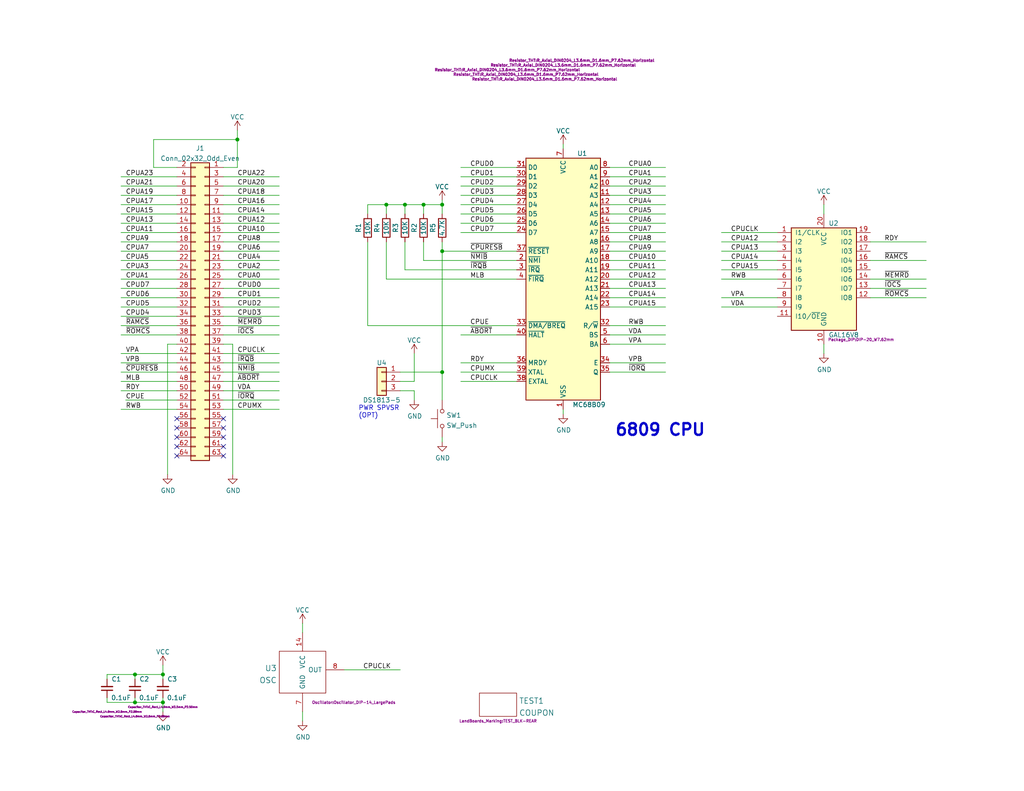
<source format=kicad_sch>
(kicad_sch (version 20230121) (generator eeschema)
  (paper "A")
  (title_block (title "LB-6809-01") (date "2022-09-10") (rev "1") (company "Land Boards LLC"))
  (lib_symbols
    (symbol "CPU_NXP_6800:MC68B09"
      (property "Reference" "U" (at -7.62 34.29 0))
      (property "Value" "MC68B09" (at 10.16 34.29 0))
      (symbol "MC68B09_0_1"
        (rectangle (start -10.16 -33.02) (end 10.16 33.02) (stroke (width 0.254)) (fill (type background)))
      )
      (symbol "MC68B09_1_1"
        (pin power_in line (at 0 -35.56 90) (length 2.54) (name "VSS") (number "1"))
        (pin output line (at 12.7 25.4 180) (length 2.54) (name "A2") (number "10"))
        (pin output line (at 12.7 22.86 180) (length 2.54) (name "A3") (number "11"))
        (pin output line (at 12.7 20.32 180) (length 2.54) (name "A4") (number "12"))
        (pin output line (at 12.7 17.78 180) (length 2.54) (name "A5") (number "13"))
        (pin output line (at 12.7 15.24 180) (length 2.54) (name "A6") (number "14"))
        (pin output line (at 12.7 12.7 180) (length 2.54) (name "A7") (number "15"))
        (pin output line (at 12.7 10.16 180) (length 2.54) (name "A8") (number "16"))
        (pin output line (at 12.7 7.62 180) (length 2.54) (name "A9") (number "17"))
        (pin output line (at 12.7 5.08 180) (length 2.54) (name "A10") (number "18"))
        (pin output line (at 12.7 2.54 180) (length 2.54) (name "A11") (number "19"))
        (pin input line (at -12.7 5.08 0) (length 2.54) (name "~{NMI}") (number "2"))
        (pin output line (at 12.7 0 180) (length 2.54) (name "A12") (number "20"))
        (pin output line (at 12.7 -2.54 180) (length 2.54) (name "A13") (number "21"))
        (pin output line (at 12.7 -5.08 180) (length 2.54) (name "A14") (number "22"))
        (pin output line (at 12.7 -7.62 180) (length 2.54) (name "A15") (number "23"))
        (pin bidirectional line (at -12.7 12.7 0) (length 2.54) (name "D7") (number "24"))
        (pin bidirectional line (at -12.7 15.24 0) (length 2.54) (name "D6") (number "25"))
        (pin bidirectional line (at -12.7 17.78 0) (length 2.54) (name "D5") (number "26"))
        (pin bidirectional line (at -12.7 20.32 0) (length 2.54) (name "D4") (number "27"))
        (pin bidirectional line (at -12.7 22.86 0) (length 2.54) (name "D3") (number "28"))
        (pin bidirectional line (at -12.7 25.4 0) (length 2.54) (name "D2") (number "29"))
        (pin input line (at -12.7 2.54 0) (length 2.54) (name "~{IRQ}") (number "3"))
        (pin bidirectional line (at -12.7 27.94 0) (length 2.54) (name "D1") (number "30"))
        (pin bidirectional line (at -12.7 30.48 0) (length 2.54) (name "D0") (number "31"))
        (pin output line (at 12.7 -12.7 180) (length 2.54) (name "R/~{W}") (number "32"))
        (pin input line (at -12.7 -12.7 0) (length 2.54) (name "~{DMA/BREQ}") (number "33"))
        (pin output line (at 12.7 -22.86 180) (length 2.54) (name "E") (number "34"))
        (pin output line (at 12.7 -25.4 180) (length 2.54) (name "Q") (number "35"))
        (pin input line (at -12.7 -22.86 0) (length 2.54) (name "MRDY") (number "36"))
        (pin input line (at -12.7 7.62 0) (length 2.54) (name "~{RESET}") (number "37"))
        (pin input line (at -12.7 -27.94 0) (length 2.54) (name "EXTAL") (number "38"))
        (pin input line (at -12.7 -25.4 0) (length 2.54) (name "XTAL") (number "39"))
        (pin input line (at -12.7 0 0) (length 2.54) (name "~{FIRQ}") (number "4"))
        (pin input line (at -12.7 -15.24 0) (length 2.54) (name "~{HALT}") (number "40"))
        (pin output line (at 12.7 -15.24 180) (length 2.54) (name "BS") (number "5"))
        (pin output line (at 12.7 -17.78 180) (length 2.54) (name "BA") (number "6"))
        (pin power_in line (at 0 35.56 270) (length 2.54) (name "VCC") (number "7"))
        (pin output line (at 12.7 30.48 180) (length 2.54) (name "A0") (number "8"))
        (pin output line (at 12.7 27.94 180) (length 2.54) (name "A1") (number "9"))
      )
    )
    (symbol "Connector_Generic:Conn_01x03" (pin_names (offset 1.016) hide)
      (property "Reference" "J" (at 0 5.08 0))
      (property "Value" "Conn_01x03" (at 0 -5.08 0))
      (symbol "Conn_01x03_1_1"
        (rectangle (start -1.27 -2.413) (end 0 -2.667) (stroke (width 0.1524)))
        (rectangle (start -1.27 0.127) (end 0 -0.127) (stroke (width 0.1524)))
        (rectangle (start -1.27 2.667) (end 0 2.413) (stroke (width 0.1524)))
        (rectangle (start -1.27 3.81) (end 1.27 -3.81) (stroke (width 0.254)) (fill (type background)))
        (pin passive line (at -5.08 2.54 0) (length 3.81) (name "Pin_1") (number "1"))
        (pin passive line (at -5.08 0 0) (length 3.81) (name "Pin_2") (number "2"))
        (pin passive line (at -5.08 -2.54 0) (length 3.81) (name "Pin_3") (number "3"))
      )
    )
    (symbol "Connector_Generic:Conn_02x32_Odd_Even" (pin_names (offset 1.016) hide)
      (property "Reference" "J" (at 1.27 40.64 0))
      (property "Value" "Conn_02x32_Odd_Even" (at 1.27 -43.18 0))
      (symbol "Conn_02x32_Odd_Even_1_1"
        (rectangle (start -1.27 -40.513) (end 0 -40.767) (stroke (width 0.1524)))
        (rectangle (start -1.27 -37.973) (end 0 -38.227) (stroke (width 0.1524)))
        (rectangle (start -1.27 -35.433) (end 0 -35.687) (stroke (width 0.1524)))
        (rectangle (start -1.27 -32.893) (end 0 -33.147) (stroke (width 0.1524)))
        (rectangle (start -1.27 -30.353) (end 0 -30.607) (stroke (width 0.1524)))
        (rectangle (start -1.27 -27.813) (end 0 -28.067) (stroke (width 0.1524)))
        (rectangle (start -1.27 -25.273) (end 0 -25.527) (stroke (width 0.1524)))
        (rectangle (start -1.27 -22.733) (end 0 -22.987) (stroke (width 0.1524)))
        (rectangle (start -1.27 -20.193) (end 0 -20.447) (stroke (width 0.1524)))
        (rectangle (start -1.27 -17.653) (end 0 -17.907) (stroke (width 0.1524)))
        (rectangle (start -1.27 -15.113) (end 0 -15.367) (stroke (width 0.1524)))
        (rectangle (start -1.27 -12.573) (end 0 -12.827) (stroke (width 0.1524)))
        (rectangle (start -1.27 -10.033) (end 0 -10.287) (stroke (width 0.1524)))
        (rectangle (start -1.27 -7.493) (end 0 -7.747) (stroke (width 0.1524)))
        (rectangle (start -1.27 -4.953) (end 0 -5.207) (stroke (width 0.1524)))
        (rectangle (start -1.27 -2.413) (end 0 -2.667) (stroke (width 0.1524)))
        (rectangle (start -1.27 0.127) (end 0 -0.127) (stroke (width 0.1524)))
        (rectangle (start -1.27 2.667) (end 0 2.413) (stroke (width 0.1524)))
        (rectangle (start -1.27 5.207) (end 0 4.953) (stroke (width 0.1524)))
        (rectangle (start -1.27 7.747) (end 0 7.493) (stroke (width 0.1524)))
        (rectangle (start -1.27 10.287) (end 0 10.033) (stroke (width 0.1524)))
        (rectangle (start -1.27 12.827) (end 0 12.573) (stroke (width 0.1524)))
        (rectangle (start -1.27 15.367) (end 0 15.113) (stroke (width 0.1524)))
        (rectangle (start -1.27 17.907) (end 0 17.653) (stroke (width 0.1524)))
        (rectangle (start -1.27 20.447) (end 0 20.193) (stroke (width 0.1524)))
        (rectangle (start -1.27 22.987) (end 0 22.733) (stroke (width 0.1524)))
        (rectangle (start -1.27 25.527) (end 0 25.273) (stroke (width 0.1524)))
        (rectangle (start -1.27 28.067) (end 0 27.813) (stroke (width 0.1524)))
        (rectangle (start -1.27 30.607) (end 0 30.353) (stroke (width 0.1524)))
        (rectangle (start -1.27 33.147) (end 0 32.893) (stroke (width 0.1524)))
        (rectangle (start -1.27 35.687) (end 0 35.433) (stroke (width 0.1524)))
        (rectangle (start -1.27 38.227) (end 0 37.973) (stroke (width 0.1524)))
        (rectangle (start -1.27 39.37) (end 3.81 -41.91) (stroke (width 0.254)) (fill (type background)))
        (rectangle (start 3.81 -40.513) (end 2.54 -40.767) (stroke (width 0.1524)))
        (rectangle (start 3.81 -37.973) (end 2.54 -38.227) (stroke (width 0.1524)))
        (rectangle (start 3.81 -35.433) (end 2.54 -35.687) (stroke (width 0.1524)))
        (rectangle (start 3.81 -32.893) (end 2.54 -33.147) (stroke (width 0.1524)))
        (rectangle (start 3.81 -30.353) (end 2.54 -30.607) (stroke (width 0.1524)))
        (rectangle (start 3.81 -27.813) (end 2.54 -28.067) (stroke (width 0.1524)))
        (rectangle (start 3.81 -25.273) (end 2.54 -25.527) (stroke (width 0.1524)))
        (rectangle (start 3.81 -22.733) (end 2.54 -22.987) (stroke (width 0.1524)))
        (rectangle (start 3.81 -20.193) (end 2.54 -20.447) (stroke (width 0.1524)))
        (rectangle (start 3.81 -17.653) (end 2.54 -17.907) (stroke (width 0.1524)))
        (rectangle (start 3.81 -15.113) (end 2.54 -15.367) (stroke (width 0.1524)))
        (rectangle (start 3.81 -12.573) (end 2.54 -12.827) (stroke (width 0.1524)))
        (rectangle (start 3.81 -10.033) (end 2.54 -10.287) (stroke (width 0.1524)))
        (rectangle (start 3.81 -7.493) (end 2.54 -7.747) (stroke (width 0.1524)))
        (rectangle (start 3.81 -4.953) (end 2.54 -5.207) (stroke (width 0.1524)))
        (rectangle (start 3.81 -2.413) (end 2.54 -2.667) (stroke (width 0.1524)))
        (rectangle (start 3.81 0.127) (end 2.54 -0.127) (stroke (width 0.1524)))
        (rectangle (start 3.81 2.667) (end 2.54 2.413) (stroke (width 0.1524)))
        (rectangle (start 3.81 5.207) (end 2.54 4.953) (stroke (width 0.1524)))
        (rectangle (start 3.81 7.747) (end 2.54 7.493) (stroke (width 0.1524)))
        (rectangle (start 3.81 10.287) (end 2.54 10.033) (stroke (width 0.1524)))
        (rectangle (start 3.81 12.827) (end 2.54 12.573) (stroke (width 0.1524)))
        (rectangle (start 3.81 15.367) (end 2.54 15.113) (stroke (width 0.1524)))
        (rectangle (start 3.81 17.907) (end 2.54 17.653) (stroke (width 0.1524)))
        (rectangle (start 3.81 20.447) (end 2.54 20.193) (stroke (width 0.1524)))
        (rectangle (start 3.81 22.987) (end 2.54 22.733) (stroke (width 0.1524)))
        (rectangle (start 3.81 25.527) (end 2.54 25.273) (stroke (width 0.1524)))
        (rectangle (start 3.81 28.067) (end 2.54 27.813) (stroke (width 0.1524)))
        (rectangle (start 3.81 30.607) (end 2.54 30.353) (stroke (width 0.1524)))
        (rectangle (start 3.81 33.147) (end 2.54 32.893) (stroke (width 0.1524)))
        (rectangle (start 3.81 35.687) (end 2.54 35.433) (stroke (width 0.1524)))
        (rectangle (start 3.81 38.227) (end 2.54 37.973) (stroke (width 0.1524)))
        (pin passive line (at -5.08 38.1 0) (length 3.81) (name "Pin_1") (number "1"))
        (pin passive line (at 7.62 27.94 180) (length 3.81) (name "Pin_10") (number "10"))
        (pin passive line (at -5.08 25.4 0) (length 3.81) (name "Pin_11") (number "11"))
        (pin passive line (at 7.62 25.4 180) (length 3.81) (name "Pin_12") (number "12"))
        (pin passive line (at -5.08 22.86 0) (length 3.81) (name "Pin_13") (number "13"))
        (pin passive line (at 7.62 22.86 180) (length 3.81) (name "Pin_14") (number "14"))
        (pin passive line (at -5.08 20.32 0) (length 3.81) (name "Pin_15") (number "15"))
        (pin passive line (at 7.62 20.32 180) (length 3.81) (name "Pin_16") (number "16"))
        (pin passive line (at -5.08 17.78 0) (length 3.81) (name "Pin_17") (number "17"))
        (pin passive line (at 7.62 17.78 180) (length 3.81) (name "Pin_18") (number "18"))
        (pin passive line (at -5.08 15.24 0) (length 3.81) (name "Pin_19") (number "19"))
        (pin passive line (at 7.62 38.1 180) (length 3.81) (name "Pin_2") (number "2"))
        (pin passive line (at 7.62 15.24 180) (length 3.81) (name "Pin_20") (number "20"))
        (pin passive line (at -5.08 12.7 0) (length 3.81) (name "Pin_21") (number "21"))
        (pin passive line (at 7.62 12.7 180) (length 3.81) (name "Pin_22") (number "22"))
        (pin passive line (at -5.08 10.16 0) (length 3.81) (name "Pin_23") (number "23"))
        (pin passive line (at 7.62 10.16 180) (length 3.81) (name "Pin_24") (number "24"))
        (pin passive line (at -5.08 7.62 0) (length 3.81) (name "Pin_25") (number "25"))
        (pin passive line (at 7.62 7.62 180) (length 3.81) (name "Pin_26") (number "26"))
        (pin passive line (at -5.08 5.08 0) (length 3.81) (name "Pin_27") (number "27"))
        (pin passive line (at 7.62 5.08 180) (length 3.81) (name "Pin_28") (number "28"))
        (pin passive line (at -5.08 2.54 0) (length 3.81) (name "Pin_29") (number "29"))
        (pin passive line (at -5.08 35.56 0) (length 3.81) (name "Pin_3") (number "3"))
        (pin passive line (at 7.62 2.54 180) (length 3.81) (name "Pin_30") (number "30"))
        (pin passive line (at -5.08 0 0) (length 3.81) (name "Pin_31") (number "31"))
        (pin passive line (at 7.62 0 180) (length 3.81) (name "Pin_32") (number "32"))
        (pin passive line (at -5.08 -2.54 0) (length 3.81) (name "Pin_33") (number "33"))
        (pin passive line (at 7.62 -2.54 180) (length 3.81) (name "Pin_34") (number "34"))
        (pin passive line (at -5.08 -5.08 0) (length 3.81) (name "Pin_35") (number "35"))
        (pin passive line (at 7.62 -5.08 180) (length 3.81) (name "Pin_36") (number "36"))
        (pin passive line (at -5.08 -7.62 0) (length 3.81) (name "Pin_37") (number "37"))
        (pin passive line (at 7.62 -7.62 180) (length 3.81) (name "Pin_38") (number "38"))
        (pin passive line (at -5.08 -10.16 0) (length 3.81) (name "Pin_39") (number "39"))
        (pin passive line (at 7.62 35.56 180) (length 3.81) (name "Pin_4") (number "4"))
        (pin passive line (at 7.62 -10.16 180) (length 3.81) (name "Pin_40") (number "40"))
        (pin passive line (at -5.08 -12.7 0) (length 3.81) (name "Pin_41") (number "41"))
        (pin passive line (at 7.62 -12.7 180) (length 3.81) (name "Pin_42") (number "42"))
        (pin passive line (at -5.08 -15.24 0) (length 3.81) (name "Pin_43") (number "43"))
        (pin passive line (at 7.62 -15.24 180) (length 3.81) (name "Pin_44") (number "44"))
        (pin passive line (at -5.08 -17.78 0) (length 3.81) (name "Pin_45") (number "45"))
        (pin passive line (at 7.62 -17.78 180) (length 3.81) (name "Pin_46") (number "46"))
        (pin passive line (at -5.08 -20.32 0) (length 3.81) (name "Pin_47") (number "47"))
        (pin passive line (at 7.62 -20.32 180) (length 3.81) (name "Pin_48") (number "48"))
        (pin passive line (at -5.08 -22.86 0) (length 3.81) (name "Pin_49") (number "49"))
        (pin passive line (at -5.08 33.02 0) (length 3.81) (name "Pin_5") (number "5"))
        (pin passive line (at 7.62 -22.86 180) (length 3.81) (name "Pin_50") (number "50"))
        (pin passive line (at -5.08 -25.4 0) (length 3.81) (name "Pin_51") (number "51"))
        (pin passive line (at 7.62 -25.4 180) (length 3.81) (name "Pin_52") (number "52"))
        (pin passive line (at -5.08 -27.94 0) (length 3.81) (name "Pin_53") (number "53"))
        (pin passive line (at 7.62 -27.94 180) (length 3.81) (name "Pin_54") (number "54"))
        (pin passive line (at -5.08 -30.48 0) (length 3.81) (name "Pin_55") (number "55"))
        (pin passive line (at 7.62 -30.48 180) (length 3.81) (name "Pin_56") (number "56"))
        (pin passive line (at -5.08 -33.02 0) (length 3.81) (name "Pin_57") (number "57"))
        (pin passive line (at 7.62 -33.02 180) (length 3.81) (name "Pin_58") (number "58"))
        (pin passive line (at -5.08 -35.56 0) (length 3.81) (name "Pin_59") (number "59"))
        (pin passive line (at 7.62 33.02 180) (length 3.81) (name "Pin_6") (number "6"))
        (pin passive line (at 7.62 -35.56 180) (length 3.81) (name "Pin_60") (number "60"))
        (pin passive line (at -5.08 -38.1 0) (length 3.81) (name "Pin_61") (number "61"))
        (pin passive line (at 7.62 -38.1 180) (length 3.81) (name "Pin_62") (number "62"))
        (pin passive line (at -5.08 -40.64 0) (length 3.81) (name "Pin_63") (number "63"))
        (pin passive line (at 7.62 -40.64 180) (length 3.81) (name "Pin_64") (number "64"))
        (pin passive line (at -5.08 30.48 0) (length 3.81) (name "Pin_7") (number "7"))
        (pin passive line (at 7.62 30.48 180) (length 3.81) (name "Pin_8") (number "8"))
        (pin passive line (at -5.08 27.94 0) (length 3.81) (name "Pin_9") (number "9"))
      )
    )
    (symbol "Device:C_Small" (pin_numbers hide) (pin_names (offset 0.254) hide)
      (property "Reference" "C" (at 0.254 1.778 0))
      (property "Value" "C_Small" (at 0.254 -2.032 0))
      (symbol "C_Small_0_1"
        (polyline (pts (xy -1.524 -0.508) (xy 1.524 -0.508)) (stroke (width 0.3302)))
        (polyline (pts (xy -1.524 0.508) (xy 1.524 0.508)) (stroke (width 0.3048)))
      )
      (symbol "C_Small_1_1"
        (pin passive line (at 0 2.54 270) (length 2.032) (name "~") (number "1"))
        (pin passive line (at 0 -2.54 90) (length 2.032) (name "~") (number "2"))
      )
    )
    (symbol "Device:R" (pin_numbers hide) (pin_names (offset 0))
      (property "Reference" "R" (at 2.032 0 90))
      (property "Value" "R" (at 0 0 90))
      (symbol "R_0_1"
        (rectangle (start -1.016 -2.54) (end 1.016 2.54) (stroke (width 0.254)))
      )
      (symbol "R_1_1"
        (pin passive line (at 0 3.81 270) (length 1.27) (name "~") (number "1"))
        (pin passive line (at 0 -3.81 90) (length 1.27) (name "~") (number "2"))
      )
    )
    (symbol "LandBoards:COUPON" (pin_names (offset 1.016))
      (property "Reference" "COUP?" (at 0 0 0))
      (property "Value" "COUPON" (at 0 0 0))
      (symbol "COUPON_0_1"
        (rectangle (start -5.08 0) (end 5.08 6.35))
      )
    )
    (symbol "LandBoards_Semis:OSC" (pin_names (offset 1.016))
      (property "Reference" "U" (at 3.81 6.35 0))
      (property "Value" "OSC" (at 5.08 -7.62 0))
      (symbol "OSC_0_1"
        (rectangle (start 6.35 -6.35) (end -6.35 5.08))
      )
      (symbol "OSC_1_1"
        (pin power_in line (at 0 10.16 270) (length 5.08) (name "VCC") (number "14"))
        (pin power_in line (at 0 -11.43 90) (length 5.08) (name "GND") (number "7"))
        (pin output line (at 11.43 0 180) (length 5.08) (name "OUT") (number "8"))
      )
    )
    (symbol "Logic_Programmable:GAL16V8" (pin_names (offset 1.016))
      (property "Reference" "U" (at -8.89 16.51 0))
      (property "Value" "GAL16V8" (at 1.27 16.51 0))
      (symbol "GAL16V8_0_0"
        (pin power_in line (at 0 -17.78 90) (length 3.81) (name "GND") (number "10"))
        (pin power_in line (at 0 17.78 270) (length 3.81) (name "VCC") (number "20"))
      )
      (symbol "GAL16V8_0_1"
        (rectangle (start -8.89 13.97) (end 8.89 -13.97) (stroke (width 0.254)) (fill (type background)))
      )
      (symbol "GAL16V8_1_1"
        (pin input line (at -12.7 12.7 0) (length 3.81) (name "I1/CLK") (number "1"))
        (pin input line (at -12.7 -10.16 0) (length 3.81) (name "I10/~{OE}") (number "11"))
        (pin tri_state line (at 12.7 -5.08 180) (length 3.81) (name "IO8") (number "12"))
        (pin tri_state line (at 12.7 -2.54 180) (length 3.81) (name "IO7") (number "13"))
        (pin tri_state line (at 12.7 0 180) (length 3.81) (name "IO6") (number "14"))
        (pin tri_state line (at 12.7 2.54 180) (length 3.81) (name "IO5") (number "15"))
        (pin tri_state line (at 12.7 5.08 180) (length 3.81) (name "IO4") (number "16"))
        (pin tri_state line (at 12.7 7.62 180) (length 3.81) (name "I03") (number "17"))
        (pin tri_state line (at 12.7 10.16 180) (length 3.81) (name "IO2") (number "18"))
        (pin tri_state line (at 12.7 12.7 180) (length 3.81) (name "IO1") (number "19"))
        (pin input line (at -12.7 10.16 0) (length 3.81) (name "I2") (number "2"))
        (pin input line (at -12.7 7.62 0) (length 3.81) (name "I3") (number "3"))
        (pin input line (at -12.7 5.08 0) (length 3.81) (name "I4") (number "4"))
        (pin input line (at -12.7 2.54 0) (length 3.81) (name "I5") (number "5"))
        (pin input line (at -12.7 0 0) (length 3.81) (name "I6") (number "6"))
        (pin input line (at -12.7 -2.54 0) (length 3.81) (name "I7") (number "7"))
        (pin input line (at -12.7 -5.08 0) (length 3.81) (name "I8") (number "8"))
        (pin input line (at -12.7 -7.62 0) (length 3.81) (name "I9") (number "9"))
      )
    )
    (symbol "Switch:SW_Push" (pin_numbers hide) (pin_names (offset 1.016) hide)
      (property "Reference" "SW" (at 1.27 2.54 0))
      (property "Value" "SW_Push" (at 0 -1.524 0))
      (symbol "SW_Push_0_1"
        (circle (center -2.032 0) (radius 0.508))
        (polyline (pts (xy 0 1.27) (xy 0 3.048)))
        (polyline (pts (xy 2.54 1.27) (xy -2.54 1.27)))
        (circle (center 2.032 0) (radius 0.508))
        (pin passive line (at -5.08 0 0) (length 2.54) (name "1") (number "1"))
        (pin passive line (at 5.08 0 180) (length 2.54) (name "2") (number "2"))
      )
    )
    (symbol "power:GND" (power) (pin_names (offset 0))
      (property "Value" "GND" (at 0 -3.81 0))
      (symbol "GND_0_1"
        (polyline (pts (xy 0 0) (xy 0 -1.27) (xy 1.27 -1.27) (xy 0 -2.54) (xy -1.27 -1.27) (xy 0 -1.27)))
      )
      (symbol "GND_1_1"
        (pin power_in line (at 0 0 270) (length 0) hide (name "GND") (number "1"))
      )
    )
    (symbol "power:VCC" (power) (pin_names (offset 0))
      (property "Value" "VCC" (at 0 3.81 0))
      (symbol "VCC_0_1"
        (polyline (pts (xy -0.762 1.27) (xy 0 2.54)))
        (polyline (pts (xy 0 0) (xy 0 2.54)))
        (polyline (pts (xy 0 2.54) (xy 0.762 1.27)))
      )
      (symbol "VCC_1_1"
        (pin power_in line (at 0 0 90) (length 0) hide (name "VCC") (number "1"))
      )
    )
  )
  (junction (at 44.45 191.77))
  (junction (at 115.57 55.88))
  (junction (at 110.49 55.88))
  (junction (at 44.45 184.15))
  (junction (at 120.65 68.58))
  (junction (at 120.65 101.6))
  (junction (at 36.83 184.15))
  (junction (at 105.41 55.88))
  (junction (at 36.83 191.77))
  (junction (at 120.65 55.88))
  (junction (at 64.77 38.1))
  (no_connect (at 60.96 114.3))
  (no_connect (at 48.26 114.3))
  (no_connect (at 60.96 119.38))
  (no_connect (at 60.96 116.84))
  (no_connect (at 48.26 124.46))
  (no_connect (at 60.96 124.46))
  (no_connect (at 48.26 116.84))
  (no_connect (at 48.26 119.38))
  (no_connect (at 48.26 121.92))
  (no_connect (at 60.96 121.92))
  (wire (pts (xy 45.72 93.98) (xy 45.72 129.54)))
  (wire (pts (xy 125.73 91.44) (xy 140.97 91.44)))
  (wire (pts (xy 120.65 55.88) (xy 120.65 58.42)))
  (wire (pts (xy 166.37 63.5) (xy 181.61 63.5)))
  (wire (pts (xy 196.85 83.82) (xy 212.09 83.82)))
  (wire (pts (xy 33.02 101.6) (xy 48.26 101.6)))
  (wire (pts (xy 60.96 53.34) (xy 76.2 53.34)))
  (wire (pts (xy 33.02 78.74) (xy 48.26 78.74)))
  (wire (pts (xy 120.65 68.58) (xy 140.97 68.58)))
  (wire (pts (xy 44.45 185.42) (xy 44.45 184.15)))
  (wire (pts (xy 60.96 55.88) (xy 76.2 55.88)))
  (wire (pts (xy 125.73 60.96) (xy 140.97 60.96)))
  (wire (pts (xy 110.49 73.66) (xy 110.49 66.04)))
  (wire (pts (xy 64.77 45.72) (xy 64.77 38.1)))
  (wire (pts (xy 166.37 76.2) (xy 181.61 76.2)))
  (wire (pts (xy 166.37 68.58) (xy 181.61 68.58)))
  (wire (pts (xy 60.96 71.12) (xy 76.2 71.12)))
  (wire (pts (xy 125.73 99.06) (xy 140.97 99.06)))
  (wire (pts (xy 105.41 66.04) (xy 105.41 76.2)))
  (wire (pts (xy 64.77 38.1) (xy 41.91 38.1)))
  (wire (pts (xy 44.45 190.5) (xy 44.45 191.77)))
  (wire (pts (xy 237.49 66.04) (xy 252.73 66.04)))
  (wire (pts (xy 196.85 71.12) (xy 212.09 71.12)))
  (wire (pts (xy 166.37 101.6) (xy 181.61 101.6)))
  (wire (pts (xy 60.96 76.2) (xy 76.2 76.2)))
  (wire (pts (xy 196.85 68.58) (xy 212.09 68.58)))
  (wire (pts (xy 60.96 58.42) (xy 76.2 58.42)))
  (wire (pts (xy 120.65 101.6) (xy 120.65 109.22)))
  (wire (pts (xy 120.65 119.38) (xy 120.65 120.65)))
  (wire (pts (xy 45.72 93.98) (xy 48.26 93.98)))
  (wire (pts (xy 33.02 66.04) (xy 48.26 66.04)))
  (wire (pts (xy 60.96 45.72) (xy 64.77 45.72)))
  (wire (pts (xy 237.49 81.28) (xy 252.73 81.28)))
  (wire (pts (xy 100.33 88.9) (xy 140.97 88.9)))
  (wire (pts (xy 33.02 81.28) (xy 48.26 81.28)))
  (wire (pts (xy 33.02 63.5) (xy 48.26 63.5)))
  (wire (pts (xy 36.83 190.5) (xy 36.83 191.77)))
  (wire (pts (xy 105.41 55.88) (xy 105.41 58.42)))
  (wire (pts (xy 60.96 104.14) (xy 76.2 104.14)))
  (wire (pts (xy 33.02 76.2) (xy 48.26 76.2)))
  (wire (pts (xy 33.02 55.88) (xy 48.26 55.88)))
  (wire (pts (xy 166.37 78.74) (xy 181.61 78.74)))
  (wire (pts (xy 60.96 106.68) (xy 76.2 106.68)))
  (wire (pts (xy 60.96 63.5) (xy 76.2 63.5)))
  (wire (pts (xy 64.77 38.1) (xy 64.77 35.56)))
  (wire (pts (xy 166.37 91.44) (xy 181.61 91.44)))
  (wire (pts (xy 41.91 45.72) (xy 48.26 45.72)))
  (wire (pts (xy 109.22 104.14) (xy 113.03 104.14)))
  (wire (pts (xy 60.96 81.28) (xy 76.2 81.28)))
  (wire (pts (xy 224.79 93.98) (xy 224.79 96.52)))
  (wire (pts (xy 60.96 78.74) (xy 76.2 78.74)))
  (wire (pts (xy 33.02 68.58) (xy 48.26 68.58)))
  (wire (pts (xy 153.67 39.37) (xy 153.67 40.64)))
  (wire (pts (xy 115.57 71.12) (xy 140.97 71.12)))
  (wire (pts (xy 237.49 78.74) (xy 252.73 78.74)))
  (wire (pts (xy 29.21 184.15) (xy 36.83 184.15)))
  (wire (pts (xy 60.96 88.9) (xy 76.2 88.9)))
  (wire (pts (xy 166.37 50.8) (xy 181.61 50.8)))
  (wire (pts (xy 166.37 93.98) (xy 181.61 93.98)))
  (wire (pts (xy 166.37 55.88) (xy 181.61 55.88)))
  (wire (pts (xy 60.96 48.26) (xy 76.2 48.26)))
  (wire (pts (xy 60.96 68.58) (xy 76.2 68.58)))
  (wire (pts (xy 63.5 93.98) (xy 63.5 129.54)))
  (wire (pts (xy 100.33 58.42) (xy 100.33 55.88)))
  (wire (pts (xy 166.37 58.42) (xy 181.61 58.42)))
  (wire (pts (xy 115.57 55.88) (xy 115.57 58.42)))
  (wire (pts (xy 115.57 55.88) (xy 120.65 55.88)))
  (wire (pts (xy 33.02 50.8) (xy 48.26 50.8)))
  (wire (pts (xy 120.65 68.58) (xy 120.65 101.6)))
  (wire (pts (xy 105.41 55.88) (xy 110.49 55.88)))
  (wire (pts (xy 33.02 73.66) (xy 48.26 73.66)))
  (wire (pts (xy 125.73 58.42) (xy 140.97 58.42)))
  (wire (pts (xy 125.73 50.8) (xy 140.97 50.8)))
  (wire (pts (xy 33.02 83.82) (xy 48.26 83.82)))
  (wire (pts (xy 125.73 48.26) (xy 140.97 48.26)))
  (wire (pts (xy 60.96 93.98) (xy 63.5 93.98)))
  (wire (pts (xy 166.37 45.72) (xy 181.61 45.72)))
  (wire (pts (xy 153.67 111.76) (xy 153.67 113.03)))
  (wire (pts (xy 34.29 109.22) (xy 48.26 109.22)))
  (wire (pts (xy 33.02 86.36) (xy 48.26 86.36)))
  (wire (pts (xy 110.49 55.88) (xy 115.57 55.88)))
  (wire (pts (xy 166.37 88.9) (xy 181.61 88.9)))
  (wire (pts (xy 60.96 60.96) (xy 76.2 60.96)))
  (wire (pts (xy 196.85 76.2) (xy 212.09 76.2)))
  (wire (pts (xy 44.45 191.77) (xy 44.45 194.31)))
  (wire (pts (xy 33.02 99.06) (xy 48.26 99.06)))
  (wire (pts (xy 166.37 83.82) (xy 181.61 83.82)))
  (wire (pts (xy 237.49 76.2) (xy 252.73 76.2)))
  (wire (pts (xy 29.21 191.77) (xy 29.21 190.5)))
  (wire (pts (xy 113.03 106.68) (xy 113.03 109.22)))
  (wire (pts (xy 60.96 66.04) (xy 76.2 66.04)))
  (wire (pts (xy 125.73 101.6) (xy 140.97 101.6)))
  (wire (pts (xy 36.83 185.42) (xy 36.83 184.15)))
  (wire (pts (xy 33.02 48.26) (xy 48.26 48.26)))
  (wire (pts (xy 33.02 96.52) (xy 48.26 96.52)))
  (wire (pts (xy 33.02 53.34) (xy 48.26 53.34)))
  (wire (pts (xy 41.91 38.1) (xy 41.91 45.72)))
  (wire (pts (xy 60.96 101.6) (xy 76.2 101.6)))
  (wire (pts (xy 60.96 83.82) (xy 76.2 83.82)))
  (wire (pts (xy 110.49 58.42) (xy 110.49 55.88)))
  (wire (pts (xy 100.33 66.04) (xy 100.33 88.9)))
  (wire (pts (xy 36.83 184.15) (xy 44.45 184.15)))
  (wire (pts (xy 120.65 68.58) (xy 120.65 66.04)))
  (wire (pts (xy 166.37 66.04) (xy 181.61 66.04)))
  (wire (pts (xy 125.73 55.88) (xy 140.97 55.88)))
  (wire (pts (xy 36.83 191.77) (xy 29.21 191.77)))
  (wire (pts (xy 224.79 55.88) (xy 224.79 58.42)))
  (wire (pts (xy 125.73 104.14) (xy 140.97 104.14)))
  (wire (pts (xy 82.55 194.31) (xy 82.55 196.85)))
  (wire (pts (xy 109.22 106.68) (xy 113.03 106.68)))
  (wire (pts (xy 60.96 111.76) (xy 76.2 111.76)))
  (wire (pts (xy 60.96 99.06) (xy 76.2 99.06)))
  (wire (pts (xy 93.98 182.88) (xy 109.22 182.88)))
  (wire (pts (xy 196.85 73.66) (xy 212.09 73.66)))
  (wire (pts (xy 60.96 109.22) (xy 76.2 109.22)))
  (wire (pts (xy 33.02 106.68) (xy 48.26 106.68)))
  (wire (pts (xy 60.96 96.52) (xy 76.2 96.52)))
  (wire (pts (xy 115.57 71.12) (xy 115.57 66.04)))
  (wire (pts (xy 166.37 81.28) (xy 181.61 81.28)))
  (wire (pts (xy 44.45 181.61) (xy 44.45 184.15)))
  (wire (pts (xy 33.02 60.96) (xy 48.26 60.96)))
  (wire (pts (xy 60.96 91.44) (xy 76.2 91.44)))
  (wire (pts (xy 196.85 81.28) (xy 212.09 81.28)))
  (wire (pts (xy 196.85 63.5) (xy 212.09 63.5)))
  (wire (pts (xy 100.33 55.88) (xy 105.41 55.88)))
  (wire (pts (xy 60.96 73.66) (xy 76.2 73.66)))
  (wire (pts (xy 166.37 99.06) (xy 181.61 99.06)))
  (wire (pts (xy 125.73 63.5) (xy 140.97 63.5)))
  (wire (pts (xy 113.03 96.52) (xy 113.03 104.14)))
  (wire (pts (xy 33.02 91.44) (xy 48.26 91.44)))
  (wire (pts (xy 33.02 111.76) (xy 48.26 111.76)))
  (wire (pts (xy 166.37 71.12) (xy 181.61 71.12)))
  (wire (pts (xy 60.96 50.8) (xy 76.2 50.8)))
  (wire (pts (xy 44.45 191.77) (xy 36.83 191.77)))
  (wire (pts (xy 33.02 104.14) (xy 48.26 104.14)))
  (wire (pts (xy 196.85 66.04) (xy 212.09 66.04)))
  (wire (pts (xy 120.65 54.61) (xy 120.65 55.88)))
  (wire (pts (xy 166.37 53.34) (xy 181.61 53.34)))
  (wire (pts (xy 33.02 71.12) (xy 48.26 71.12)))
  (wire (pts (xy 166.37 73.66) (xy 181.61 73.66)))
  (wire (pts (xy 33.02 88.9) (xy 48.26 88.9)))
  (wire (pts (xy 29.21 185.42) (xy 29.21 184.15)))
  (wire (pts (xy 105.41 76.2) (xy 140.97 76.2)))
  (wire (pts (xy 109.22 101.6) (xy 120.65 101.6)))
  (wire (pts (xy 33.02 58.42) (xy 48.26 58.42)))
  (wire (pts (xy 110.49 73.66) (xy 140.97 73.66)))
  (wire (pts (xy 82.55 170.18) (xy 82.55 172.72)))
  (wire (pts (xy 166.37 48.26) (xy 181.61 48.26)))
  (wire (pts (xy 166.37 60.96) (xy 181.61 60.96)))
  (wire (pts (xy 125.73 53.34) (xy 140.97 53.34)))
  (wire (pts (xy 237.49 71.12) (xy 252.73 71.12)))
  (wire (pts (xy 60.96 86.36) (xy 76.2 86.36)))
  (wire (pts (xy 125.73 45.72) (xy 140.97 45.72)))
  (text "6809 CPU" (at 167.64 119.38 0) (effects (font (size 3.175 3.175) (thickness 0.635) bold) (justify left bottom)))
  (text "PWR SPVSR\n(OPT)" (at 97.79 114.3 0) (effects (font (size 1.27 1.27)) (justify left bottom)))
  (label "CPUCLK" (at 199.39 63.5 0))
  (label "VPA" (at 171.45 93.98 0))
  (label "CPUD6" (at 128.27 60.96 0))
  (label "CPUD3" (at 64.77 86.36 0))
  (label "CPUA22" (at 64.77 48.26 0))
  (label "CPUA14" (at 199.39 71.12 0))
  (label "~{ROMCS}" (at 34.29 91.44 0))
  (label "CPUD0" (at 64.77 78.74 0))
  (label "CPUA9" (at 171.45 68.58 0))
  (label "CPUA1" (at 171.45 48.26 0))
  (label "MLB" (at 34.29 104.14 0))
  (label "~{NMIB}" (at 64.77 101.6 0))
  (label "~{ABORT}" (at 64.77 104.14 0))
  (label "CPUA12" (at 171.45 76.2 0))
  (label "~{IORQ}" (at 64.77 109.22 0))
  (label "CPUA3" (at 171.45 53.34 0))
  (label "CPUA21" (at 34.29 50.8 0))
  (label "CPUA18" (at 64.77 53.34 0))
  (label "CPUA15" (at 171.45 83.82 0))
  (label "CPUMX" (at 128.27 101.6 0))
  (label "RDY" (at 128.27 99.06 0))
  (label "CPUA0" (at 64.77 76.2 0))
  (label "~{CPURESB}" (at 34.29 101.6 0))
  (label "VDA" (at 199.39 83.82 0))
  (label "CPUA1" (at 34.29 76.2 0))
  (label "~{NMIB}" (at 128.27 71.12 0))
  (label "CPUA5" (at 34.29 71.12 0))
  (label "CPUD7" (at 128.27 63.5 0))
  (label "CPUD3" (at 128.27 53.34 0))
  (label "CPUD4" (at 128.27 55.88 0))
  (label "CPUD7" (at 34.29 78.74 0))
  (label "CPUA4" (at 64.77 71.12 0))
  (label "CPUA10" (at 64.77 63.5 0))
  (label "CPUA6" (at 64.77 68.58 0))
  (label "MLB" (at 128.27 76.2 0))
  (label "CPUA8" (at 171.45 66.04 0))
  (label "~{RAMCS}" (at 34.29 88.9 0))
  (label "CPUA11" (at 34.29 63.5 0))
  (label "CPUA2" (at 171.45 50.8 0))
  (label "RWB" (at 199.39 76.2 0))
  (label "CPUA12" (at 64.77 60.96 0))
  (label "CPUD1" (at 64.77 81.28 0))
  (label "VDA" (at 64.77 106.68 0))
  (label "CPUE" (at 34.29 109.22 0))
  (label "CPUA9" (at 34.29 66.04 0))
  (label "~{IORQ}" (at 171.45 101.6 0))
  (label "CPUD5" (at 34.29 83.82 0))
  (label "CPUA14" (at 171.45 81.28 0))
  (label "CPUD6" (at 34.29 81.28 0))
  (label "~{MEMRD}" (at 241.3 76.2 0))
  (label "CPUA12" (at 199.39 66.04 0))
  (label "VPB" (at 171.45 99.06 0))
  (label "RWB" (at 171.45 88.9 0))
  (label "CPUA10" (at 171.45 71.12 0))
  (label "CPUA7" (at 34.29 68.58 0))
  (label "CPUA19" (at 34.29 53.34 0))
  (label "VPB" (at 34.29 99.06 0))
  (label "CPUMX" (at 64.77 111.76 0))
  (label "VPA" (at 34.29 96.52 0))
  (label "CPUE" (at 128.27 88.9 0))
  (label "CPUD4" (at 34.29 86.36 0))
  (label "CPUA17" (at 34.29 55.88 0))
  (label "CPUA13" (at 34.29 60.96 0))
  (label "CPUD2" (at 128.27 50.8 0))
  (label "CPUCLK" (at 64.77 96.52 0))
  (label "CPUA20" (at 64.77 50.8 0))
  (label "~{MEMRD}" (at 64.77 88.9 0))
  (label "CPUA2" (at 64.77 73.66 0))
  (label "CPUA4" (at 171.45 55.88 0))
  (label "RDY" (at 34.29 106.68 0))
  (label "CPUA13" (at 171.45 78.74 0))
  (label "RWB" (at 34.29 111.76 0))
  (label "CPUA6" (at 171.45 60.96 0))
  (label "CPUD2" (at 64.77 83.82 0))
  (label "CPUA7" (at 171.45 63.5 0))
  (label "~{IRQB}" (at 128.27 73.66 0))
  (label "CPUA15" (at 199.39 73.66 0))
  (label "CPUA5" (at 171.45 58.42 0))
  (label "CPUA23" (at 34.29 48.26 0))
  (label "CPUD0" (at 128.27 45.72 0))
  (label "RDY" (at 241.3 66.04 0))
  (label "~{IOCS}" (at 64.77 91.44 0))
  (label "CPUA11" (at 171.45 73.66 0))
  (label "~{IOCS}" (at 241.3 78.74 0))
  (label "CPUA13" (at 199.39 68.58 0))
  (label "CPUD1" (at 128.27 48.26 0))
  (label "~{RAMCS}" (at 241.3 71.12 0))
  (label "CPUD5" (at 128.27 58.42 0))
  (label "~{ROMCS}" (at 241.3 81.28 0))
  (label "CPUA14" (at 64.77 58.42 0))
  (label "CPUCLK" (at 128.27 104.14 0))
  (label "CPUA8" (at 64.77 66.04 0))
  (label "CPUCLK" (at 99.06 182.88 0))
  (label "~{IRQB}" (at 64.77 99.06 0))
  (label "CPUA16" (at 64.77 55.88 0))
  (label "CPUA3" (at 34.29 73.66 0))
  (label "VDA" (at 171.45 91.44 0))
  (label "VPA" (at 199.39 81.28 0))
  (label "CPUA0" (at 171.45 45.72 0))
  (label "CPUA15" (at 34.29 58.42 0))
  (label "~{CPURESB}" (at 128.27 68.58 0))
  (label "~{ABORT}" (at 128.27 91.44 0))
  (symbol (lib_id "power:GND") (at 153.67 113.03 0) (unit 1)
    (property "Reference" "#PWR0101" (effects hide))
    (property "Value" "GND" (at 153.797 117.4242 0))
  )
  (symbol (lib_id "power:VCC") (at 224.79 55.88 0) (unit 1)
    (property "Reference" "#PWR0108" (effects hide))
    (property "Value" "VCC" (at 224.79 52.2755 0))
  )
  (symbol (lib_id "Switch:SW_Push") (at 120.65 114.3 90) (unit 1)
    (property "Reference" "SW1" (at 121.793 113.3915 90) (effects (justify right)))
    (property "Value" "SW_Push" (at 121.793 116.1666 90) (effects (justify right)))
    (property "Footprint" "Button_Switch_THT:SW_PUSH_6mm_H8.5mm" (effects hide))
  )
  (symbol (lib_id "power:VCC") (at 113.03 96.52 0) (unit 1)
    (property "Reference" "#PWR0115" (effects hide))
    (property "Value" "VCC" (at 113.03 92.9155 0))
  )
  (symbol (lib_id "Logic_Programmable:GAL16V8") (at 224.79 76.2 0) (unit 1)
    (property "Reference" "U2" (at 226.06 60.96 0) (effects (justify left)))
    (property "Value" "GAL16V8" (at 226.06 91.44 0) (effects (justify left)))
    (property "Footprint" "Package_DIP:DIP-20_W7.62mm" (at 234.95 92.71 0) (effects (font (size 0.762 0.762))))
  )
  (symbol (lib_id "LandBoards_Semis:OSC") (at 82.55 182.88 0) (unit 1)
    (property "Reference" "U3" (at 75.5651 182.4503 0) (effects (font (size 1.524 1.524)) (justify right)))
    (property "Value" "OSC" (at 75.5651 185.7293 0) (effects (font (size 1.524 1.524)) (justify right)))
    (property "Footprint" "Oscillator:Oscillator_DIP-14_LargePads" (at 96.52 191.77 0) (effects (font (size 0.762 0.762))))
  )
  (symbol (lib_id "power:GND") (at 113.03 109.22 0) (unit 1)
    (property "Reference" "#PWR0114" (effects hide))
    (property "Value" "GND" (at 113.157 113.6142 0))
  )
  (symbol (lib_id "Device:C_Small") (at 36.83 187.96 180) (unit 1)
    (property "Reference" "C2" (at 39.37 185.42 0))
    (property "Value" "0.1uF" (at 40.64 190.5 0))
    (property "Footprint" "Capacitor_THT:C_Rect_L4.0mm_W2.5mm_P2.50mm" (at 36.83 195.58 0) (effects (font (size 0.508 0.508))))
  )
  (symbol (lib_id "Device:R") (at 110.49 62.23 0) (unit 1)
    (property "Reference" "R3" (at 107.95 62.23 90))
    (property "Value" "10K" (at 110.49 62.23 90))
    (property "Footprint" "Resistor_THT:R_Axial_DIN0204_L3.6mm_D1.6mm_P7.62mm_Horizontal" (at 148.59 21.59 0) (effects (font (size 0.762 0.762))))
    (property "Datasheet" "https://www.mouser.com/ProductDetail/Xicon/299-2.2K-RC?qs=QaPBMFBEHz3RDbXknTj%252ByA%3D%3D" (effects hide))
  )
  (symbol (lib_id "Connector_Generic:Conn_01x03") (at 104.14 104.14 0) (mirror y) (unit 1)
    (property "Reference" "U4" (at 104.14 99.06 0))
    (property "Value" "DS1813-5" (at 104.14 109.22 0))
    (property "Footprint" "Package_TO_SOT_THT:TO-92" (effects hide))
    (property "Datasheet" "https://www.mouser.com/c/?q=DS1813-5" (effects hide))
  )
  (symbol (lib_id "power:GND") (at 44.45 194.31 0) (unit 1)
    (property "Reference" "#PWR0106" (effects hide))
    (property "Value" "GND" (at 44.577 198.7042 0))
  )
  (symbol (lib_id "CPU_NXP_6800:MC68B09") (at 153.67 76.2 0) (unit 1)
    (property "Reference" "U1" (at 157.48 41.91 0) (effects (justify left)))
    (property "Value" "MC68B09" (at 156.21 110.49 0) (effects (justify left)))
    (property "Footprint" "Package_DIP:DIP-40_W15.24mm" (effects hide))
    (property "Datasheet" "http://pdf.datasheetcatalog.com/datasheet/motorola/MC68B09S.pdf" (effects hide))
  )
  (symbol (lib_id "power:GND") (at 224.79 96.52 0) (unit 1)
    (property "Reference" "#PWR0109" (effects hide))
    (property "Value" "GND" (at 224.917 100.9142 0))
  )
  (symbol (lib_id "power:GND") (at 63.5 129.54 0) (unit 1)
    (property "Reference" "#PWR0102" (effects hide))
    (property "Value" "GND" (at 63.627 133.9342 0))
  )
  (symbol (lib_id "power:VCC") (at 153.67 39.37 0) (unit 1)
    (property "Reference" "#PWR0103" (effects hide))
    (property "Value" "VCC" (at 153.67 35.7655 0))
  )
  (symbol (lib_id "Device:C_Small") (at 44.45 187.96 180) (unit 1)
    (property "Reference" "C3" (at 46.99 185.42 0))
    (property "Value" "0.1uF" (at 48.26 190.5 0))
    (property "Footprint" "Capacitor_THT:C_Rect_L4.0mm_W2.5mm_P2.50mm" (at 44.45 193.04 0) (effects (font (size 0.508 0.508))))
  )
  (symbol (lib_id "Device:R") (at 115.57 62.23 0) (unit 1)
    (property "Reference" "R2" (at 113.03 62.23 90))
    (property "Value" "10K" (at 115.57 62.23 90))
    (property "Footprint" "Resistor_THT:R_Axial_DIN0204_L3.6mm_D1.6mm_P7.62mm_Horizontal" (at 153.67 17.78 0) (effects (font (size 0.762 0.762))))
    (property "Datasheet" "https://www.mouser.com/ProductDetail/Xicon/299-2.2K-RC?qs=QaPBMFBEHz3RDbXknTj%252ByA%3D%3D" (effects hide))
  )
  (symbol (lib_id "Device:R") (at 105.41 62.23 0) (unit 1)
    (property "Reference" "R4" (at 102.87 62.23 90))
    (property "Value" "10K" (at 105.41 62.23 90))
    (property "Footprint" "Resistor_THT:R_Axial_DIN0204_L3.6mm_D1.6mm_P7.62mm_Horizontal" (at 143.51 20.32 0) (effects (font (size 0.762 0.762))))
    (property "Datasheet" "https://www.mouser.com/ProductDetail/Xicon/299-2.2K-RC?qs=QaPBMFBEHz3RDbXknTj%252ByA%3D%3D" (effects hide))
  )
  (symbol (lib_id "power:VCC") (at 44.45 181.61 0) (unit 1)
    (property "Reference" "#PWR0107" (effects hide))
    (property "Value" "VCC" (at 44.45 178.0055 0))
  )
  (symbol (lib_id "Device:C_Small") (at 29.21 187.96 180) (unit 1)
    (property "Reference" "C1" (at 31.75 185.42 0))
    (property "Value" "0.1uF" (at 33.02 190.5 0))
    (property "Footprint" "Capacitor_THT:C_Rect_L4.0mm_W2.5mm_P2.50mm" (at 29.21 194.31 0) (effects (font (size 0.508 0.508))))
  )
  (symbol (lib_id "LandBoards:COUPON") (at 135.89 195.58 0) (unit 1)
    (property "Reference" "TEST1" (at 141.605 191.3403 0) (effects (font (size 1.524 1.524)) (justify left)))
    (property "Value" "COUPON" (at 141.605 194.6193 0) (effects (font (size 1.524 1.524)) (justify left)))
    (property "Footprint" "LandBoards_Marking:TEST_BLK-REAR" (at 135.89 196.85 0) (effects (font (size 0.762 0.762))))
  )
  (symbol (lib_id "power:VCC") (at 120.65 54.61 0) (unit 1)
    (property "Reference" "#PWR0112" (effects hide))
    (property "Value" "VCC" (at 120.65 51.0055 0))
  )
  (symbol (lib_id "power:VCC") (at 82.55 170.18 0) (unit 1)
    (property "Reference" "#PWR0110" (effects hide))
    (property "Value" "VCC" (at 82.55 166.5755 0))
  )
  (symbol (lib_id "Connector_Generic:Conn_02x32_Odd_Even") (at 55.88 83.82 0) (mirror y) (unit 1)
    (property "Reference" "J1" (at 54.61 40.4835 0))
    (property "Value" "Conn_02x32_Odd_Even" (at 54.61 43.2586 0))
    (property "Footprint" "LandBoards_Conns:PinHeader_2x32_P2.54mm_Horizontal-FLIPPED" (effects hide))
  )
  (symbol (lib_id "power:GND") (at 120.65 120.65 0) (unit 1)
    (property "Reference" "#PWR0113" (effects hide))
    (property "Value" "GND" (at 120.777 125.0442 0))
  )
  (symbol (lib_id "Device:R") (at 100.33 62.23 0) (unit 1)
    (property "Reference" "R1" (at 97.79 62.23 90))
    (property "Value" "10K" (at 100.33 62.23 90))
    (property "Footprint" "Resistor_THT:R_Axial_DIN0204_L3.6mm_D1.6mm_P7.62mm_Horizontal" (at 138.43 19.05 0) (effects (font (size 0.762 0.762))))
    (property "Datasheet" "https://www.mouser.com/ProductDetail/Xicon/299-2.2K-RC?qs=QaPBMFBEHz3RDbXknTj%252ByA%3D%3D" (effects hide))
  )
  (symbol (lib_id "power:GND") (at 45.72 129.54 0) (unit 1)
    (property "Reference" "#PWR0105" (effects hide))
    (property "Value" "GND" (at 45.847 133.9342 0))
  )
  (symbol (lib_id "power:VCC") (at 64.77 35.56 0) (unit 1)
    (property "Reference" "#PWR0104" (effects hide))
    (property "Value" "VCC" (at 64.77 31.9555 0))
  )
  (symbol (lib_id "power:GND") (at 82.55 196.85 0) (unit 1)
    (property "Reference" "#PWR0111" (effects hide))
    (property "Value" "GND" (at 82.677 201.2442 0))
  )
  (symbol (lib_id "Device:R") (at 120.65 62.23 0) (unit 1)
    (property "Reference" "R5" (at 118.11 62.23 90))
    (property "Value" "4.7K" (at 120.65 62.23 90))
    (property "Footprint" "Resistor_THT:R_Axial_DIN0204_L3.6mm_D1.6mm_P7.62mm_Horizontal" (at 158.75 16.51 0) (effects (font (size 0.762 0.762))))
    (property "Datasheet" "https://www.mouser.com/ProductDetail/Xicon/299-2.2K-RC?qs=QaPBMFBEHz3RDbXknTj%252ByA%3D%3D" (effects hide))
  )
)
</source>
